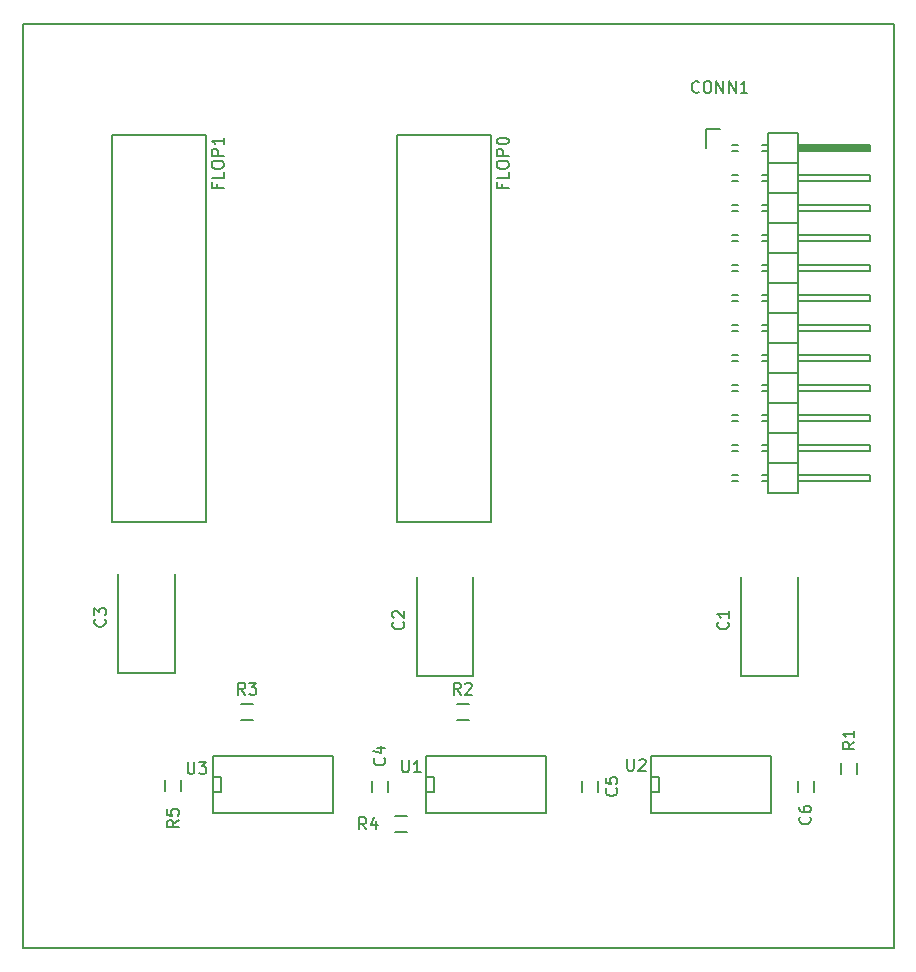
<source format=gbr>
G04 #@! TF.FileFunction,Legend,Top*
%FSLAX46Y46*%
G04 Gerber Fmt 4.6, Leading zero omitted, Abs format (unit mm)*
G04 Created by KiCad (PCBNEW 4.0.5+dfsg1-4~bpo8+1) date Thu Jun 29 19:36:04 2017*
%MOMM*%
%LPD*%
G01*
G04 APERTURE LIST*
%ADD10C,0.100000*%
%ADD11C,0.150000*%
G04 APERTURE END LIST*
D10*
D11*
X134500000Y-72000000D02*
X134500000Y-150250000D01*
X208250000Y-72000000D02*
X134500000Y-72000000D01*
X208250000Y-150250000D02*
X208250000Y-72000000D01*
X134500000Y-150250000D02*
X208250000Y-150250000D01*
X164044000Y-137072000D02*
X164044000Y-136072000D01*
X165394000Y-136072000D02*
X165394000Y-137072000D01*
X195024000Y-82246000D02*
X194516000Y-82246000D01*
X195024000Y-82754000D02*
X194516000Y-82754000D01*
X195024000Y-84786000D02*
X194516000Y-84786000D01*
X195024000Y-85294000D02*
X194516000Y-85294000D01*
X195024000Y-110694000D02*
X194516000Y-110694000D01*
X195024000Y-110186000D02*
X194516000Y-110186000D01*
X195024000Y-108154000D02*
X194516000Y-108154000D01*
X195024000Y-107646000D02*
X194516000Y-107646000D01*
X195024000Y-102566000D02*
X194516000Y-102566000D01*
X195024000Y-103074000D02*
X194516000Y-103074000D01*
X195024000Y-105106000D02*
X194516000Y-105106000D01*
X195024000Y-105614000D02*
X194516000Y-105614000D01*
X195024000Y-100534000D02*
X194516000Y-100534000D01*
X195024000Y-100026000D02*
X194516000Y-100026000D01*
X195024000Y-97994000D02*
X194516000Y-97994000D01*
X195024000Y-97486000D02*
X194516000Y-97486000D01*
X195024000Y-87326000D02*
X194516000Y-87326000D01*
X195024000Y-87834000D02*
X194516000Y-87834000D01*
X195024000Y-89866000D02*
X194516000Y-89866000D01*
X195024000Y-90374000D02*
X194516000Y-90374000D01*
X195024000Y-95454000D02*
X194516000Y-95454000D01*
X195024000Y-94946000D02*
X194516000Y-94946000D01*
X195024000Y-92914000D02*
X194516000Y-92914000D01*
X195024000Y-92406000D02*
X194516000Y-92406000D01*
X197564000Y-107646000D02*
X197056000Y-107646000D01*
X197564000Y-108154000D02*
X197056000Y-108154000D01*
X197564000Y-110186000D02*
X197056000Y-110186000D01*
X197564000Y-110694000D02*
X197056000Y-110694000D01*
X197564000Y-105614000D02*
X197056000Y-105614000D01*
X197564000Y-105106000D02*
X197056000Y-105106000D01*
X197564000Y-103074000D02*
X197056000Y-103074000D01*
X197564000Y-102566000D02*
X197056000Y-102566000D01*
X197564000Y-97486000D02*
X197056000Y-97486000D01*
X197564000Y-97994000D02*
X197056000Y-97994000D01*
X197564000Y-100026000D02*
X197056000Y-100026000D01*
X197564000Y-100534000D02*
X197056000Y-100534000D01*
X197564000Y-95454000D02*
X197056000Y-95454000D01*
X197564000Y-94946000D02*
X197056000Y-94946000D01*
X197564000Y-92914000D02*
X197056000Y-92914000D01*
X197564000Y-92406000D02*
X197056000Y-92406000D01*
X197564000Y-82246000D02*
X197056000Y-82246000D01*
X197564000Y-82754000D02*
X197056000Y-82754000D01*
X197564000Y-84786000D02*
X197056000Y-84786000D01*
X197564000Y-85294000D02*
X197056000Y-85294000D01*
X197564000Y-90374000D02*
X197056000Y-90374000D01*
X197564000Y-89866000D02*
X197056000Y-89866000D01*
X197564000Y-87834000D02*
X197056000Y-87834000D01*
X197564000Y-87326000D02*
X197056000Y-87326000D01*
X193500000Y-80950000D02*
X192350000Y-80950000D01*
X192350000Y-80950000D02*
X192350000Y-82500000D01*
X200104000Y-82373000D02*
X206073000Y-82373000D01*
X206073000Y-82373000D02*
X206073000Y-82627000D01*
X206073000Y-82627000D02*
X200231000Y-82627000D01*
X200231000Y-82627000D02*
X200231000Y-82500000D01*
X200231000Y-82500000D02*
X206073000Y-82500000D01*
X197564000Y-101550000D02*
X200104000Y-101550000D01*
X197564000Y-101550000D02*
X197564000Y-104090000D01*
X197564000Y-104090000D02*
X200104000Y-104090000D01*
X200104000Y-102566000D02*
X206200000Y-102566000D01*
X206200000Y-102566000D02*
X206200000Y-103074000D01*
X206200000Y-103074000D02*
X200104000Y-103074000D01*
X200104000Y-104090000D02*
X200104000Y-101550000D01*
X200104000Y-106630000D02*
X200104000Y-104090000D01*
X206200000Y-105614000D02*
X200104000Y-105614000D01*
X206200000Y-105106000D02*
X206200000Y-105614000D01*
X200104000Y-105106000D02*
X206200000Y-105106000D01*
X197564000Y-106630000D02*
X200104000Y-106630000D01*
X197564000Y-104090000D02*
X197564000Y-106630000D01*
X197564000Y-104090000D02*
X200104000Y-104090000D01*
X197564000Y-109170000D02*
X200104000Y-109170000D01*
X197564000Y-109170000D02*
X197564000Y-111710000D01*
X200104000Y-110186000D02*
X206200000Y-110186000D01*
X206200000Y-110186000D02*
X206200000Y-110694000D01*
X206200000Y-110694000D02*
X200104000Y-110694000D01*
X200104000Y-111710000D02*
X200104000Y-109170000D01*
X200104000Y-109170000D02*
X200104000Y-106630000D01*
X206200000Y-108154000D02*
X200104000Y-108154000D01*
X206200000Y-107646000D02*
X206200000Y-108154000D01*
X200104000Y-107646000D02*
X206200000Y-107646000D01*
X197564000Y-109170000D02*
X200104000Y-109170000D01*
X197564000Y-106630000D02*
X197564000Y-109170000D01*
X197564000Y-106630000D02*
X200104000Y-106630000D01*
X197564000Y-111710000D02*
X200104000Y-111710000D01*
X197564000Y-91390000D02*
X200104000Y-91390000D01*
X197564000Y-91390000D02*
X197564000Y-93930000D01*
X197564000Y-93930000D02*
X200104000Y-93930000D01*
X200104000Y-92406000D02*
X206200000Y-92406000D01*
X206200000Y-92406000D02*
X206200000Y-92914000D01*
X206200000Y-92914000D02*
X200104000Y-92914000D01*
X200104000Y-93930000D02*
X200104000Y-91390000D01*
X200104000Y-96470000D02*
X200104000Y-93930000D01*
X206200000Y-95454000D02*
X200104000Y-95454000D01*
X206200000Y-94946000D02*
X206200000Y-95454000D01*
X200104000Y-94946000D02*
X206200000Y-94946000D01*
X197564000Y-96470000D02*
X200104000Y-96470000D01*
X197564000Y-93930000D02*
X197564000Y-96470000D01*
X197564000Y-93930000D02*
X200104000Y-93930000D01*
X197564000Y-99010000D02*
X200104000Y-99010000D01*
X197564000Y-99010000D02*
X197564000Y-101550000D01*
X197564000Y-101550000D02*
X200104000Y-101550000D01*
X200104000Y-100026000D02*
X206200000Y-100026000D01*
X206200000Y-100026000D02*
X206200000Y-100534000D01*
X206200000Y-100534000D02*
X200104000Y-100534000D01*
X200104000Y-101550000D02*
X200104000Y-99010000D01*
X200104000Y-99010000D02*
X200104000Y-96470000D01*
X206200000Y-97994000D02*
X200104000Y-97994000D01*
X206200000Y-97486000D02*
X206200000Y-97994000D01*
X200104000Y-97486000D02*
X206200000Y-97486000D01*
X197564000Y-99010000D02*
X200104000Y-99010000D01*
X197564000Y-96470000D02*
X197564000Y-99010000D01*
X197564000Y-96470000D02*
X200104000Y-96470000D01*
X197564000Y-86310000D02*
X200104000Y-86310000D01*
X197564000Y-86310000D02*
X197564000Y-88850000D01*
X197564000Y-88850000D02*
X200104000Y-88850000D01*
X200104000Y-87326000D02*
X206200000Y-87326000D01*
X206200000Y-87326000D02*
X206200000Y-87834000D01*
X206200000Y-87834000D02*
X200104000Y-87834000D01*
X200104000Y-88850000D02*
X200104000Y-86310000D01*
X200104000Y-91390000D02*
X200104000Y-88850000D01*
X206200000Y-90374000D02*
X200104000Y-90374000D01*
X206200000Y-89866000D02*
X206200000Y-90374000D01*
X200104000Y-89866000D02*
X206200000Y-89866000D01*
X197564000Y-91390000D02*
X200104000Y-91390000D01*
X197564000Y-88850000D02*
X197564000Y-91390000D01*
X197564000Y-88850000D02*
X200104000Y-88850000D01*
X197564000Y-83770000D02*
X200104000Y-83770000D01*
X197564000Y-83770000D02*
X197564000Y-86310000D01*
X197564000Y-86310000D02*
X200104000Y-86310000D01*
X200104000Y-84786000D02*
X206200000Y-84786000D01*
X206200000Y-84786000D02*
X206200000Y-85294000D01*
X206200000Y-85294000D02*
X200104000Y-85294000D01*
X200104000Y-86310000D02*
X200104000Y-83770000D01*
X200104000Y-83770000D02*
X200104000Y-81230000D01*
X206200000Y-82754000D02*
X200104000Y-82754000D01*
X206200000Y-82246000D02*
X206200000Y-82754000D01*
X200104000Y-82246000D02*
X206200000Y-82246000D01*
X197564000Y-83770000D02*
X200104000Y-83770000D01*
X197564000Y-81230000D02*
X197564000Y-83770000D01*
X197564000Y-81230000D02*
X200104000Y-81230000D01*
X168980000Y-81390000D02*
X173780000Y-81390000D01*
X173780000Y-81390000D02*
X174180000Y-81390000D01*
X174180000Y-81390000D02*
X174180000Y-114190000D01*
X174180000Y-114190000D02*
X166180000Y-114190000D01*
X166180000Y-114190000D02*
X166180000Y-113790000D01*
X168980000Y-81390000D02*
X166180000Y-81390000D01*
X166180000Y-81390000D02*
X166180000Y-81790000D01*
X166180000Y-81790000D02*
X166180000Y-113790000D01*
X144850000Y-81390000D02*
X149650000Y-81390000D01*
X149650000Y-81390000D02*
X150050000Y-81390000D01*
X150050000Y-81390000D02*
X150050000Y-114190000D01*
X150050000Y-114190000D02*
X142050000Y-114190000D01*
X142050000Y-114190000D02*
X142050000Y-113790000D01*
X144850000Y-81390000D02*
X142050000Y-81390000D01*
X142050000Y-81390000D02*
X142050000Y-81790000D01*
X142050000Y-81790000D02*
X142050000Y-113790000D01*
X205145000Y-134548000D02*
X205145000Y-135548000D01*
X203795000Y-135548000D02*
X203795000Y-134548000D01*
X178816000Y-134032000D02*
X178816000Y-138858000D01*
X178816000Y-138858000D02*
X168656000Y-138858000D01*
X168656000Y-138858000D02*
X168656000Y-134032000D01*
X168656000Y-134032000D02*
X178816000Y-134032000D01*
X168656000Y-135810000D02*
X169291000Y-135810000D01*
X169291000Y-135810000D02*
X169291000Y-137080000D01*
X169291000Y-137080000D02*
X168656000Y-137080000D01*
X197866000Y-134032000D02*
X197866000Y-138858000D01*
X197866000Y-138858000D02*
X187706000Y-138858000D01*
X187706000Y-138858000D02*
X187706000Y-134032000D01*
X187706000Y-134032000D02*
X197866000Y-134032000D01*
X187706000Y-135810000D02*
X188341000Y-135810000D01*
X188341000Y-135810000D02*
X188341000Y-137080000D01*
X188341000Y-137080000D02*
X187706000Y-137080000D01*
X160782000Y-134032000D02*
X160782000Y-138858000D01*
X160782000Y-138858000D02*
X150622000Y-138858000D01*
X150622000Y-138858000D02*
X150622000Y-134032000D01*
X150622000Y-134032000D02*
X160782000Y-134032000D01*
X150622000Y-135810000D02*
X151257000Y-135810000D01*
X151257000Y-135810000D02*
X151257000Y-137080000D01*
X151257000Y-137080000D02*
X150622000Y-137080000D01*
X181824000Y-137072000D02*
X181824000Y-136072000D01*
X183174000Y-136072000D02*
X183174000Y-137072000D01*
X200112000Y-137072000D02*
X200112000Y-136072000D01*
X201462000Y-136072000D02*
X201462000Y-137072000D01*
X172250000Y-130925000D02*
X171250000Y-130925000D01*
X171250000Y-129575000D02*
X172250000Y-129575000D01*
X154000000Y-130925000D02*
X153000000Y-130925000D01*
X153000000Y-129575000D02*
X154000000Y-129575000D01*
X167000000Y-140425000D02*
X166000000Y-140425000D01*
X166000000Y-139075000D02*
X167000000Y-139075000D01*
X146575000Y-137000000D02*
X146575000Y-136000000D01*
X147925000Y-136000000D02*
X147925000Y-137000000D01*
X195350000Y-127250000D02*
X195350000Y-118850000D01*
X200150000Y-127250000D02*
X200150000Y-118850000D01*
X195350000Y-127250000D02*
X200150000Y-127250000D01*
X167850000Y-127250000D02*
X167850000Y-118850000D01*
X172650000Y-127250000D02*
X172650000Y-118850000D01*
X167850000Y-127250000D02*
X172650000Y-127250000D01*
X142600000Y-127000000D02*
X142600000Y-118600000D01*
X147400000Y-127000000D02*
X147400000Y-118600000D01*
X142600000Y-127000000D02*
X147400000Y-127000000D01*
X165107143Y-134166666D02*
X165154762Y-134214285D01*
X165202381Y-134357142D01*
X165202381Y-134452380D01*
X165154762Y-134595238D01*
X165059524Y-134690476D01*
X164964286Y-134738095D01*
X164773810Y-134785714D01*
X164630952Y-134785714D01*
X164440476Y-134738095D01*
X164345238Y-134690476D01*
X164250000Y-134595238D01*
X164202381Y-134452380D01*
X164202381Y-134357142D01*
X164250000Y-134214285D01*
X164297619Y-134166666D01*
X164535714Y-133309523D02*
X165202381Y-133309523D01*
X164154762Y-133547619D02*
X164869048Y-133785714D01*
X164869048Y-133166666D01*
X191761905Y-77757143D02*
X191714286Y-77804762D01*
X191571429Y-77852381D01*
X191476191Y-77852381D01*
X191333333Y-77804762D01*
X191238095Y-77709524D01*
X191190476Y-77614286D01*
X191142857Y-77423810D01*
X191142857Y-77280952D01*
X191190476Y-77090476D01*
X191238095Y-76995238D01*
X191333333Y-76900000D01*
X191476191Y-76852381D01*
X191571429Y-76852381D01*
X191714286Y-76900000D01*
X191761905Y-76947619D01*
X192380952Y-76852381D02*
X192571429Y-76852381D01*
X192666667Y-76900000D01*
X192761905Y-76995238D01*
X192809524Y-77185714D01*
X192809524Y-77519048D01*
X192761905Y-77709524D01*
X192666667Y-77804762D01*
X192571429Y-77852381D01*
X192380952Y-77852381D01*
X192285714Y-77804762D01*
X192190476Y-77709524D01*
X192142857Y-77519048D01*
X192142857Y-77185714D01*
X192190476Y-76995238D01*
X192285714Y-76900000D01*
X192380952Y-76852381D01*
X193238095Y-77852381D02*
X193238095Y-76852381D01*
X193809524Y-77852381D01*
X193809524Y-76852381D01*
X194285714Y-77852381D02*
X194285714Y-76852381D01*
X194857143Y-77852381D01*
X194857143Y-76852381D01*
X195857143Y-77852381D02*
X195285714Y-77852381D01*
X195571428Y-77852381D02*
X195571428Y-76852381D01*
X195476190Y-76995238D01*
X195380952Y-77090476D01*
X195285714Y-77138095D01*
X175108571Y-85551904D02*
X175108571Y-85885238D01*
X175632381Y-85885238D02*
X174632381Y-85885238D01*
X174632381Y-85409047D01*
X175632381Y-84551904D02*
X175632381Y-85028095D01*
X174632381Y-85028095D01*
X174632381Y-84028095D02*
X174632381Y-83837618D01*
X174680000Y-83742380D01*
X174775238Y-83647142D01*
X174965714Y-83599523D01*
X175299048Y-83599523D01*
X175489524Y-83647142D01*
X175584762Y-83742380D01*
X175632381Y-83837618D01*
X175632381Y-84028095D01*
X175584762Y-84123333D01*
X175489524Y-84218571D01*
X175299048Y-84266190D01*
X174965714Y-84266190D01*
X174775238Y-84218571D01*
X174680000Y-84123333D01*
X174632381Y-84028095D01*
X175632381Y-83170952D02*
X174632381Y-83170952D01*
X174632381Y-82789999D01*
X174680000Y-82694761D01*
X174727619Y-82647142D01*
X174822857Y-82599523D01*
X174965714Y-82599523D01*
X175060952Y-82647142D01*
X175108571Y-82694761D01*
X175156190Y-82789999D01*
X175156190Y-83170952D01*
X174632381Y-81980476D02*
X174632381Y-81885237D01*
X174680000Y-81789999D01*
X174727619Y-81742380D01*
X174822857Y-81694761D01*
X175013333Y-81647142D01*
X175251429Y-81647142D01*
X175441905Y-81694761D01*
X175537143Y-81742380D01*
X175584762Y-81789999D01*
X175632381Y-81885237D01*
X175632381Y-81980476D01*
X175584762Y-82075714D01*
X175537143Y-82123333D01*
X175441905Y-82170952D01*
X175251429Y-82218571D01*
X175013333Y-82218571D01*
X174822857Y-82170952D01*
X174727619Y-82123333D01*
X174680000Y-82075714D01*
X174632381Y-81980476D01*
X150978571Y-85551904D02*
X150978571Y-85885238D01*
X151502381Y-85885238D02*
X150502381Y-85885238D01*
X150502381Y-85409047D01*
X151502381Y-84551904D02*
X151502381Y-85028095D01*
X150502381Y-85028095D01*
X150502381Y-84028095D02*
X150502381Y-83837618D01*
X150550000Y-83742380D01*
X150645238Y-83647142D01*
X150835714Y-83599523D01*
X151169048Y-83599523D01*
X151359524Y-83647142D01*
X151454762Y-83742380D01*
X151502381Y-83837618D01*
X151502381Y-84028095D01*
X151454762Y-84123333D01*
X151359524Y-84218571D01*
X151169048Y-84266190D01*
X150835714Y-84266190D01*
X150645238Y-84218571D01*
X150550000Y-84123333D01*
X150502381Y-84028095D01*
X151502381Y-83170952D02*
X150502381Y-83170952D01*
X150502381Y-82789999D01*
X150550000Y-82694761D01*
X150597619Y-82647142D01*
X150692857Y-82599523D01*
X150835714Y-82599523D01*
X150930952Y-82647142D01*
X150978571Y-82694761D01*
X151026190Y-82789999D01*
X151026190Y-83170952D01*
X151502381Y-81647142D02*
X151502381Y-82218571D01*
X151502381Y-81932857D02*
X150502381Y-81932857D01*
X150645238Y-82028095D01*
X150740476Y-82123333D01*
X150788095Y-82218571D01*
X204922381Y-132801666D02*
X204446190Y-133135000D01*
X204922381Y-133373095D02*
X203922381Y-133373095D01*
X203922381Y-132992142D01*
X203970000Y-132896904D01*
X204017619Y-132849285D01*
X204112857Y-132801666D01*
X204255714Y-132801666D01*
X204350952Y-132849285D01*
X204398571Y-132896904D01*
X204446190Y-132992142D01*
X204446190Y-133373095D01*
X204922381Y-131849285D02*
X204922381Y-132420714D01*
X204922381Y-132135000D02*
X203922381Y-132135000D01*
X204065238Y-132230238D01*
X204160476Y-132325476D01*
X204208095Y-132420714D01*
X166624095Y-134373381D02*
X166624095Y-135182905D01*
X166671714Y-135278143D01*
X166719333Y-135325762D01*
X166814571Y-135373381D01*
X167005048Y-135373381D01*
X167100286Y-135325762D01*
X167147905Y-135278143D01*
X167195524Y-135182905D01*
X167195524Y-134373381D01*
X168195524Y-135373381D02*
X167624095Y-135373381D01*
X167909809Y-135373381D02*
X167909809Y-134373381D01*
X167814571Y-134516238D01*
X167719333Y-134611476D01*
X167624095Y-134659095D01*
X185674095Y-134246381D02*
X185674095Y-135055905D01*
X185721714Y-135151143D01*
X185769333Y-135198762D01*
X185864571Y-135246381D01*
X186055048Y-135246381D01*
X186150286Y-135198762D01*
X186197905Y-135151143D01*
X186245524Y-135055905D01*
X186245524Y-134246381D01*
X186674095Y-134341619D02*
X186721714Y-134294000D01*
X186816952Y-134246381D01*
X187055048Y-134246381D01*
X187150286Y-134294000D01*
X187197905Y-134341619D01*
X187245524Y-134436857D01*
X187245524Y-134532095D01*
X187197905Y-134674952D01*
X186626476Y-135246381D01*
X187245524Y-135246381D01*
X148463095Y-134500381D02*
X148463095Y-135309905D01*
X148510714Y-135405143D01*
X148558333Y-135452762D01*
X148653571Y-135500381D01*
X148844048Y-135500381D01*
X148939286Y-135452762D01*
X148986905Y-135405143D01*
X149034524Y-135309905D01*
X149034524Y-134500381D01*
X149415476Y-134500381D02*
X150034524Y-134500381D01*
X149701190Y-134881333D01*
X149844048Y-134881333D01*
X149939286Y-134928952D01*
X149986905Y-134976571D01*
X150034524Y-135071810D01*
X150034524Y-135309905D01*
X149986905Y-135405143D01*
X149939286Y-135452762D01*
X149844048Y-135500381D01*
X149558333Y-135500381D01*
X149463095Y-135452762D01*
X149415476Y-135405143D01*
X184756143Y-136738666D02*
X184803762Y-136786285D01*
X184851381Y-136929142D01*
X184851381Y-137024380D01*
X184803762Y-137167238D01*
X184708524Y-137262476D01*
X184613286Y-137310095D01*
X184422810Y-137357714D01*
X184279952Y-137357714D01*
X184089476Y-137310095D01*
X183994238Y-137262476D01*
X183899000Y-137167238D01*
X183851381Y-137024380D01*
X183851381Y-136929142D01*
X183899000Y-136786285D01*
X183946619Y-136738666D01*
X183851381Y-135833904D02*
X183851381Y-136310095D01*
X184327571Y-136357714D01*
X184279952Y-136310095D01*
X184232333Y-136214857D01*
X184232333Y-135976761D01*
X184279952Y-135881523D01*
X184327571Y-135833904D01*
X184422810Y-135786285D01*
X184660905Y-135786285D01*
X184756143Y-135833904D01*
X184803762Y-135881523D01*
X184851381Y-135976761D01*
X184851381Y-136214857D01*
X184803762Y-136310095D01*
X184756143Y-136357714D01*
X201144143Y-139151666D02*
X201191762Y-139199285D01*
X201239381Y-139342142D01*
X201239381Y-139437380D01*
X201191762Y-139580238D01*
X201096524Y-139675476D01*
X201001286Y-139723095D01*
X200810810Y-139770714D01*
X200667952Y-139770714D01*
X200477476Y-139723095D01*
X200382238Y-139675476D01*
X200287000Y-139580238D01*
X200239381Y-139437380D01*
X200239381Y-139342142D01*
X200287000Y-139199285D01*
X200334619Y-139151666D01*
X200239381Y-138294523D02*
X200239381Y-138485000D01*
X200287000Y-138580238D01*
X200334619Y-138627857D01*
X200477476Y-138723095D01*
X200667952Y-138770714D01*
X201048905Y-138770714D01*
X201144143Y-138723095D01*
X201191762Y-138675476D01*
X201239381Y-138580238D01*
X201239381Y-138389761D01*
X201191762Y-138294523D01*
X201144143Y-138246904D01*
X201048905Y-138199285D01*
X200810810Y-138199285D01*
X200715571Y-138246904D01*
X200667952Y-138294523D01*
X200620333Y-138389761D01*
X200620333Y-138580238D01*
X200667952Y-138675476D01*
X200715571Y-138723095D01*
X200810810Y-138770714D01*
X171583334Y-128802381D02*
X171250000Y-128326190D01*
X171011905Y-128802381D02*
X171011905Y-127802381D01*
X171392858Y-127802381D01*
X171488096Y-127850000D01*
X171535715Y-127897619D01*
X171583334Y-127992857D01*
X171583334Y-128135714D01*
X171535715Y-128230952D01*
X171488096Y-128278571D01*
X171392858Y-128326190D01*
X171011905Y-128326190D01*
X171964286Y-127897619D02*
X172011905Y-127850000D01*
X172107143Y-127802381D01*
X172345239Y-127802381D01*
X172440477Y-127850000D01*
X172488096Y-127897619D01*
X172535715Y-127992857D01*
X172535715Y-128088095D01*
X172488096Y-128230952D01*
X171916667Y-128802381D01*
X172535715Y-128802381D01*
X153333334Y-128802381D02*
X153000000Y-128326190D01*
X152761905Y-128802381D02*
X152761905Y-127802381D01*
X153142858Y-127802381D01*
X153238096Y-127850000D01*
X153285715Y-127897619D01*
X153333334Y-127992857D01*
X153333334Y-128135714D01*
X153285715Y-128230952D01*
X153238096Y-128278571D01*
X153142858Y-128326190D01*
X152761905Y-128326190D01*
X153666667Y-127802381D02*
X154285715Y-127802381D01*
X153952381Y-128183333D01*
X154095239Y-128183333D01*
X154190477Y-128230952D01*
X154238096Y-128278571D01*
X154285715Y-128373810D01*
X154285715Y-128611905D01*
X154238096Y-128707143D01*
X154190477Y-128754762D01*
X154095239Y-128802381D01*
X153809524Y-128802381D01*
X153714286Y-128754762D01*
X153666667Y-128707143D01*
X163583334Y-140202381D02*
X163250000Y-139726190D01*
X163011905Y-140202381D02*
X163011905Y-139202381D01*
X163392858Y-139202381D01*
X163488096Y-139250000D01*
X163535715Y-139297619D01*
X163583334Y-139392857D01*
X163583334Y-139535714D01*
X163535715Y-139630952D01*
X163488096Y-139678571D01*
X163392858Y-139726190D01*
X163011905Y-139726190D01*
X164440477Y-139535714D02*
X164440477Y-140202381D01*
X164202381Y-139154762D02*
X163964286Y-139869048D01*
X164583334Y-139869048D01*
X147702381Y-139416666D02*
X147226190Y-139750000D01*
X147702381Y-139988095D02*
X146702381Y-139988095D01*
X146702381Y-139607142D01*
X146750000Y-139511904D01*
X146797619Y-139464285D01*
X146892857Y-139416666D01*
X147035714Y-139416666D01*
X147130952Y-139464285D01*
X147178571Y-139511904D01*
X147226190Y-139607142D01*
X147226190Y-139988095D01*
X146702381Y-138511904D02*
X146702381Y-138988095D01*
X147178571Y-139035714D01*
X147130952Y-138988095D01*
X147083333Y-138892857D01*
X147083333Y-138654761D01*
X147130952Y-138559523D01*
X147178571Y-138511904D01*
X147273810Y-138464285D01*
X147511905Y-138464285D01*
X147607143Y-138511904D01*
X147654762Y-138559523D01*
X147702381Y-138654761D01*
X147702381Y-138892857D01*
X147654762Y-138988095D01*
X147607143Y-139035714D01*
X194207143Y-122666666D02*
X194254762Y-122714285D01*
X194302381Y-122857142D01*
X194302381Y-122952380D01*
X194254762Y-123095238D01*
X194159524Y-123190476D01*
X194064286Y-123238095D01*
X193873810Y-123285714D01*
X193730952Y-123285714D01*
X193540476Y-123238095D01*
X193445238Y-123190476D01*
X193350000Y-123095238D01*
X193302381Y-122952380D01*
X193302381Y-122857142D01*
X193350000Y-122714285D01*
X193397619Y-122666666D01*
X194302381Y-121714285D02*
X194302381Y-122285714D01*
X194302381Y-122000000D02*
X193302381Y-122000000D01*
X193445238Y-122095238D01*
X193540476Y-122190476D01*
X193588095Y-122285714D01*
X166707143Y-122666666D02*
X166754762Y-122714285D01*
X166802381Y-122857142D01*
X166802381Y-122952380D01*
X166754762Y-123095238D01*
X166659524Y-123190476D01*
X166564286Y-123238095D01*
X166373810Y-123285714D01*
X166230952Y-123285714D01*
X166040476Y-123238095D01*
X165945238Y-123190476D01*
X165850000Y-123095238D01*
X165802381Y-122952380D01*
X165802381Y-122857142D01*
X165850000Y-122714285D01*
X165897619Y-122666666D01*
X165897619Y-122285714D02*
X165850000Y-122238095D01*
X165802381Y-122142857D01*
X165802381Y-121904761D01*
X165850000Y-121809523D01*
X165897619Y-121761904D01*
X165992857Y-121714285D01*
X166088095Y-121714285D01*
X166230952Y-121761904D01*
X166802381Y-122333333D01*
X166802381Y-121714285D01*
X141457143Y-122416666D02*
X141504762Y-122464285D01*
X141552381Y-122607142D01*
X141552381Y-122702380D01*
X141504762Y-122845238D01*
X141409524Y-122940476D01*
X141314286Y-122988095D01*
X141123810Y-123035714D01*
X140980952Y-123035714D01*
X140790476Y-122988095D01*
X140695238Y-122940476D01*
X140600000Y-122845238D01*
X140552381Y-122702380D01*
X140552381Y-122607142D01*
X140600000Y-122464285D01*
X140647619Y-122416666D01*
X140552381Y-122083333D02*
X140552381Y-121464285D01*
X140933333Y-121797619D01*
X140933333Y-121654761D01*
X140980952Y-121559523D01*
X141028571Y-121511904D01*
X141123810Y-121464285D01*
X141361905Y-121464285D01*
X141457143Y-121511904D01*
X141504762Y-121559523D01*
X141552381Y-121654761D01*
X141552381Y-121940476D01*
X141504762Y-122035714D01*
X141457143Y-122083333D01*
M02*

</source>
